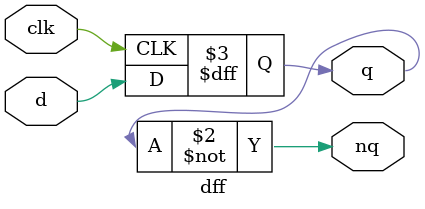
<source format=sv>
module top_module (
	input clk,
	input x,
	output z
);

	wire xor_in;
	wire and_in;
	wire or_in;
	wire q1, q2, q3;
	wire nq1, nq2, nq3;

	// Flip-flops
	dff dff1 (
		.clk(clk),
		.d(xor_in),
		.q(q1),
		.nq(nq1)
	);

	dff dff2 (
		.clk(clk),
		.d(and_in),
		.q(q2),
		.nq(nq2)
	);

	dff dff3 (
		.clk(clk),
		.d(or_in),
		.q(q3),
		.nq(nq3)
	);

	// Logic gates
	assign xor_in = x ^ q1;
	assign and_in = x & nq2;
	assign or_in  = x | nq3;

	// XNOR gate for final output
	assign z = ~(q1 ^ q2 ^ q3);

endmodule
module dff (
	input clk,
	input d,
	output reg q,
	output nq
);

	always @(posedge clk) begin
		q <= d;
	end

	assign nq = ~q;

endmodule

</source>
